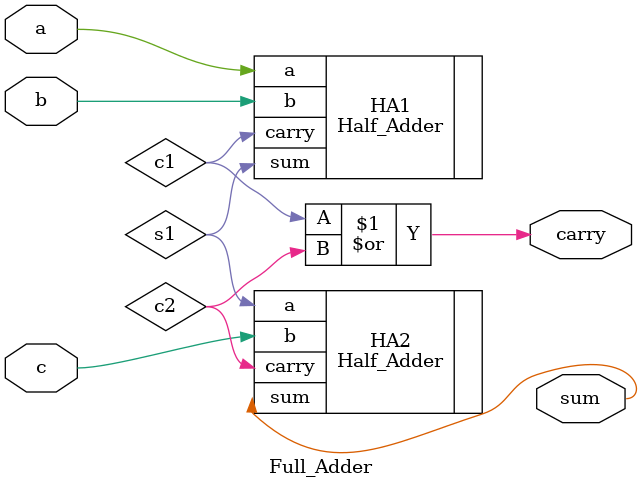
<source format=v>
`timescale 1ns / 1ps

module Full_Adder(a,b,c,sum,carry);

input a,b,c;
output sum,carry;

Half_Adder HA1(.a(a),.b(b),.sum(s1),.carry(c1));
Half_Adder HA2(.a(s1),.b(c),.sum(sum),.carry(c2));
or (carry,c1,c2);


endmodule

</source>
